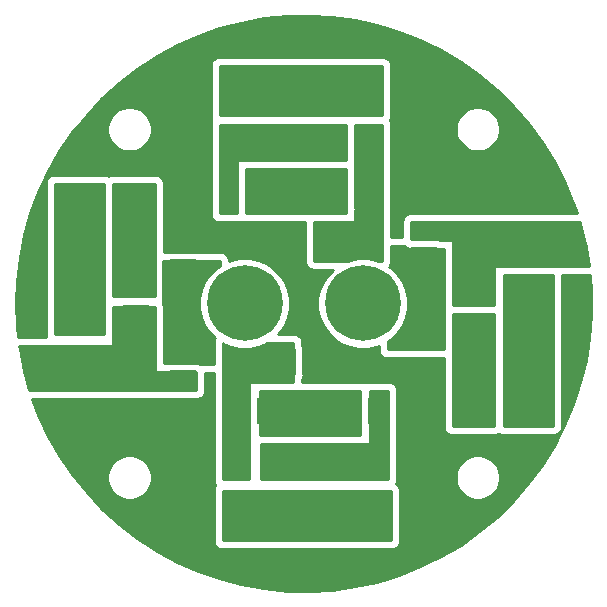
<source format=gbr>
%TF.GenerationSoftware,KiCad,Pcbnew,(5.1.9-0-10_14)*%
%TF.CreationDate,2021-08-05T12:05:48+01:00*%
%TF.ProjectId,gu10-12v-lamp,67753130-2d31-4327-962d-6c616d702e6b,rev?*%
%TF.SameCoordinates,Original*%
%TF.FileFunction,Copper,L1,Top*%
%TF.FilePolarity,Positive*%
%FSLAX46Y46*%
G04 Gerber Fmt 4.6, Leading zero omitted, Abs format (unit mm)*
G04 Created by KiCad (PCBNEW (5.1.9-0-10_14)) date 2021-08-05 12:05:48*
%MOMM*%
%LPD*%
G01*
G04 APERTURE LIST*
%TA.AperFunction,SMDPad,CuDef*%
%ADD10R,2.200000X1.250000*%
%TD*%
%TA.AperFunction,SMDPad,CuDef*%
%ADD11R,2.200000X2.200000*%
%TD*%
%TA.AperFunction,SMDPad,CuDef*%
%ADD12R,1.250000X2.200000*%
%TD*%
%TA.AperFunction,ComponentPad*%
%ADD13C,0.800000*%
%TD*%
%TA.AperFunction,ComponentPad*%
%ADD14C,6.400000*%
%TD*%
%TA.AperFunction,ViaPad*%
%ADD15C,0.800000*%
%TD*%
%TA.AperFunction,ViaPad*%
%ADD16C,1.000000*%
%TD*%
%TA.AperFunction,Conductor*%
%ADD17C,1.000000*%
%TD*%
%TA.AperFunction,Conductor*%
%ADD18C,0.254000*%
%TD*%
%TA.AperFunction,Conductor*%
%ADD19C,0.100000*%
%TD*%
G04 APERTURE END LIST*
D10*
%TO.P,D13,2*%
%TO.N,Net-(D12-Pad1)*%
X139800000Y-96875000D03*
D11*
%TO.P,D13,1*%
%TO.N,GND*%
X139800000Y-94600000D03*
%TD*%
D10*
%TO.P,D12,2*%
%TO.N,Net-(D11-Pad1)*%
X139800000Y-106275000D03*
D11*
%TO.P,D12,1*%
%TO.N,Net-(D12-Pad1)*%
X139800000Y-104000000D03*
%TD*%
D10*
%TO.P,D11,2*%
%TO.N,Net-(D11-Pad2)*%
X135800000Y-98925000D03*
D11*
%TO.P,D11,1*%
%TO.N,Net-(D11-Pad1)*%
X135800000Y-101200000D03*
%TD*%
D12*
%TO.P,D10,2*%
%TO.N,Net-(D10-Pad2)*%
X148725000Y-105000000D03*
D11*
%TO.P,D10,1*%
%TO.N,GND*%
X151000000Y-105000000D03*
%TD*%
D10*
%TO.P,D9,2*%
%TO.N,Net-(D6-Pad1)*%
X160200000Y-103400000D03*
D11*
%TO.P,D9,1*%
%TO.N,GND*%
X160200000Y-105675000D03*
%TD*%
D12*
%TO.P,D8,2*%
%TO.N,Net-(D5-Pad1)*%
X151375000Y-95100000D03*
D11*
%TO.P,D8,1*%
%TO.N,GND*%
X149100000Y-95100000D03*
%TD*%
D12*
%TO.P,D7,2*%
%TO.N,Net-(D4-Pad1)*%
X146675000Y-109100000D03*
D11*
%TO.P,D7,1*%
%TO.N,Net-(D10-Pad2)*%
X144400000Y-109100000D03*
%TD*%
D10*
%TO.P,D6,2*%
%TO.N,Net-(D3-Pad1)*%
X160200000Y-94025000D03*
D11*
%TO.P,D6,1*%
%TO.N,Net-(D6-Pad1)*%
X160200000Y-96300000D03*
%TD*%
D12*
%TO.P,D5,2*%
%TO.N,Net-(D2-Pad1)*%
X153125000Y-90900000D03*
D11*
%TO.P,D5,1*%
%TO.N,Net-(D5-Pad1)*%
X155400000Y-90900000D03*
%TD*%
D12*
%TO.P,D4,2*%
%TO.N,Net-(D4-Pad2)*%
X156075000Y-109100000D03*
D11*
%TO.P,D4,1*%
%TO.N,Net-(D4-Pad1)*%
X153800000Y-109100000D03*
%TD*%
D10*
%TO.P,D3,2*%
%TO.N,Net-(D3-Pad2)*%
X164200000Y-101375000D03*
D11*
%TO.P,D3,1*%
%TO.N,Net-(D3-Pad1)*%
X164200000Y-99100000D03*
%TD*%
D12*
%TO.P,D2,2*%
%TO.N,Net-(D2-Pad2)*%
X143825000Y-90900000D03*
D11*
%TO.P,D2,1*%
%TO.N,Net-(D2-Pad1)*%
X146100000Y-90900000D03*
%TD*%
D13*
%TO.P,H2,1*%
%TO.N,Net-(D1-Pad3)*%
X156697056Y-98302944D03*
X155000000Y-97600000D03*
X153302944Y-98302944D03*
X152600000Y-100000000D03*
X153302944Y-101697056D03*
X155000000Y-102400000D03*
X156697056Y-101697056D03*
X157400000Y-100000000D03*
D14*
X155000000Y-100000000D03*
%TD*%
D13*
%TO.P,H1,1*%
%TO.N,Net-(D1-Pad4)*%
X146697056Y-98302944D03*
X145000000Y-97600000D03*
X143302944Y-98302944D03*
X142600000Y-100000000D03*
X143302944Y-101697056D03*
X145000000Y-102400000D03*
X146697056Y-101697056D03*
X147400000Y-100000000D03*
D14*
X145000000Y-100000000D03*
%TD*%
%TO.P,R4,2*%
%TO.N,+12V*%
%TA.AperFunction,SMDPad,CuDef*%
G36*
G01*
X130950000Y-93774999D02*
X130950000Y-96625001D01*
G75*
G02*
X130700001Y-96875000I-249999J0D01*
G01*
X129974999Y-96875000D01*
G75*
G02*
X129725000Y-96625001I0J249999D01*
G01*
X129725000Y-93774999D01*
G75*
G02*
X129974999Y-93525000I249999J0D01*
G01*
X130700001Y-93525000D01*
G75*
G02*
X130950000Y-93774999I0J-249999D01*
G01*
G37*
%TD.AperFunction*%
%TO.P,R4,1*%
%TO.N,Net-(D11-Pad2)*%
%TA.AperFunction,SMDPad,CuDef*%
G36*
G01*
X136875000Y-93774999D02*
X136875000Y-96625001D01*
G75*
G02*
X136625001Y-96875000I-249999J0D01*
G01*
X135899999Y-96875000D01*
G75*
G02*
X135650000Y-96625001I0J249999D01*
G01*
X135650000Y-93774999D01*
G75*
G02*
X135899999Y-93525000I249999J0D01*
G01*
X136625001Y-93525000D01*
G75*
G02*
X136875000Y-93774999I0J-249999D01*
G01*
G37*
%TD.AperFunction*%
%TD*%
%TO.P,R3,2*%
%TO.N,+12V*%
%TA.AperFunction,SMDPad,CuDef*%
G36*
G01*
X153474999Y-117950000D02*
X156325001Y-117950000D01*
G75*
G02*
X156575000Y-118199999I0J-249999D01*
G01*
X156575000Y-118925001D01*
G75*
G02*
X156325001Y-119175000I-249999J0D01*
G01*
X153474999Y-119175000D01*
G75*
G02*
X153225000Y-118925001I0J249999D01*
G01*
X153225000Y-118199999D01*
G75*
G02*
X153474999Y-117950000I249999J0D01*
G01*
G37*
%TD.AperFunction*%
%TO.P,R3,1*%
%TO.N,Net-(D4-Pad2)*%
%TA.AperFunction,SMDPad,CuDef*%
G36*
G01*
X153474999Y-112025000D02*
X156325001Y-112025000D01*
G75*
G02*
X156575000Y-112274999I0J-249999D01*
G01*
X156575000Y-113000001D01*
G75*
G02*
X156325001Y-113250000I-249999J0D01*
G01*
X153474999Y-113250000D01*
G75*
G02*
X153225000Y-113000001I0J249999D01*
G01*
X153225000Y-112274999D01*
G75*
G02*
X153474999Y-112025000I249999J0D01*
G01*
G37*
%TD.AperFunction*%
%TD*%
%TO.P,R2,2*%
%TO.N,+12V*%
%TA.AperFunction,SMDPad,CuDef*%
G36*
G01*
X168850000Y-106525001D02*
X168850000Y-103674999D01*
G75*
G02*
X169099999Y-103425000I249999J0D01*
G01*
X169825001Y-103425000D01*
G75*
G02*
X170075000Y-103674999I0J-249999D01*
G01*
X170075000Y-106525001D01*
G75*
G02*
X169825001Y-106775000I-249999J0D01*
G01*
X169099999Y-106775000D01*
G75*
G02*
X168850000Y-106525001I0J249999D01*
G01*
G37*
%TD.AperFunction*%
%TO.P,R2,1*%
%TO.N,Net-(D3-Pad2)*%
%TA.AperFunction,SMDPad,CuDef*%
G36*
G01*
X162925000Y-106525001D02*
X162925000Y-103674999D01*
G75*
G02*
X163174999Y-103425000I249999J0D01*
G01*
X163900001Y-103425000D01*
G75*
G02*
X164150000Y-103674999I0J-249999D01*
G01*
X164150000Y-106525001D01*
G75*
G02*
X163900001Y-106775000I-249999J0D01*
G01*
X163174999Y-106775000D01*
G75*
G02*
X162925000Y-106525001I0J249999D01*
G01*
G37*
%TD.AperFunction*%
%TD*%
%TO.P,R1,2*%
%TO.N,+12V*%
%TA.AperFunction,SMDPad,CuDef*%
G36*
G01*
X146425001Y-82050000D02*
X143574999Y-82050000D01*
G75*
G02*
X143325000Y-81800001I0J249999D01*
G01*
X143325000Y-81074999D01*
G75*
G02*
X143574999Y-80825000I249999J0D01*
G01*
X146425001Y-80825000D01*
G75*
G02*
X146675000Y-81074999I0J-249999D01*
G01*
X146675000Y-81800001D01*
G75*
G02*
X146425001Y-82050000I-249999J0D01*
G01*
G37*
%TD.AperFunction*%
%TO.P,R1,1*%
%TO.N,Net-(D2-Pad2)*%
%TA.AperFunction,SMDPad,CuDef*%
G36*
G01*
X146425001Y-87975000D02*
X143574999Y-87975000D01*
G75*
G02*
X143325000Y-87725001I0J249999D01*
G01*
X143325000Y-86999999D01*
G75*
G02*
X143574999Y-86750000I249999J0D01*
G01*
X146425001Y-86750000D01*
G75*
G02*
X146675000Y-86999999I0J-249999D01*
G01*
X146675000Y-87725001D01*
G75*
G02*
X146425001Y-87975000I-249999J0D01*
G01*
G37*
%TD.AperFunction*%
%TD*%
D15*
%TO.N,GND*%
X158260000Y-88170000D03*
X159160000Y-87670000D03*
X159160000Y-86670000D03*
X158260000Y-87170000D03*
X158260000Y-86170000D03*
X160200000Y-92000000D03*
X161100000Y-90500000D03*
X158400000Y-90000000D03*
X162000000Y-91000000D03*
X162000000Y-90000000D03*
X158400000Y-92000000D03*
X158400000Y-91000000D03*
X160200000Y-90000000D03*
X161100000Y-91500000D03*
X159300000Y-91500000D03*
X160200000Y-91000000D03*
X159300000Y-90500000D03*
X138000000Y-108600000D03*
X139800000Y-108600000D03*
X138900000Y-110100000D03*
X141600000Y-110600000D03*
X138000000Y-109600000D03*
X138000000Y-110600000D03*
X141600000Y-108600000D03*
X141600000Y-109600000D03*
X139800000Y-110600000D03*
X138900000Y-109100000D03*
X140700000Y-109100000D03*
X139800000Y-109600000D03*
X140700000Y-110100000D03*
X141650000Y-92300000D03*
X139850000Y-92300000D03*
X140750000Y-90800000D03*
X141650000Y-91300000D03*
X141650000Y-90300000D03*
X139850000Y-90300000D03*
X140750000Y-91800000D03*
X138950000Y-91800000D03*
X139850000Y-91300000D03*
X138950000Y-90800000D03*
X160200000Y-110100000D03*
X161100000Y-108600000D03*
X158400000Y-108100000D03*
X158400000Y-110100000D03*
X158400000Y-109100000D03*
X160200000Y-108100000D03*
X161100000Y-109600000D03*
X159300000Y-109600000D03*
X160200000Y-109100000D03*
X159300000Y-108600000D03*
X155200000Y-105200000D03*
X155200000Y-104200000D03*
X155200000Y-106200000D03*
X156100000Y-104700000D03*
X154300000Y-104700000D03*
X156100000Y-105700000D03*
X153400000Y-105200000D03*
X153400000Y-104200000D03*
X153400000Y-106200000D03*
X154300000Y-105700000D03*
X157000000Y-105200000D03*
X157000000Y-106200000D03*
X146600000Y-93550000D03*
X146600000Y-94550000D03*
X146600000Y-95550000D03*
X145700000Y-95050000D03*
X145700000Y-94050000D03*
X144800000Y-93550000D03*
X144800000Y-94550000D03*
X144800000Y-95550000D03*
X143000000Y-94550000D03*
X143000000Y-93550000D03*
X143900000Y-94050000D03*
X143900000Y-95050000D03*
X162000000Y-92000000D03*
D16*
X150000000Y-101500000D03*
X150000000Y-100000000D03*
X150000000Y-98500000D03*
D15*
%TO.N,+12V*%
X151500000Y-119000000D03*
X148800000Y-118500000D03*
X149700000Y-117000000D03*
X151500000Y-118000000D03*
X149700000Y-118000000D03*
X147900000Y-119000000D03*
X147900000Y-117000000D03*
X150600000Y-117500000D03*
X147900000Y-118000000D03*
X151500000Y-117000000D03*
X148800000Y-117500000D03*
X150600000Y-118500000D03*
X149700000Y-119000000D03*
X131400000Y-99250000D03*
X130900000Y-98350000D03*
X130400000Y-99250000D03*
X131400000Y-101050000D03*
X131900000Y-100150000D03*
X129900000Y-100150000D03*
X129900000Y-98350000D03*
X131900000Y-101950000D03*
X129900000Y-101950000D03*
X130400000Y-101050000D03*
X131900000Y-98350000D03*
X130900000Y-100150000D03*
X130900000Y-101950000D03*
X168450000Y-100900000D03*
X168950000Y-101800000D03*
X169450000Y-100900000D03*
X168450000Y-99100000D03*
X167950000Y-100000000D03*
X169950000Y-100000000D03*
X169950000Y-101800000D03*
X167950000Y-98200000D03*
X169950000Y-98200000D03*
X169450000Y-99100000D03*
X167950000Y-101800000D03*
X168950000Y-100000000D03*
X168950000Y-98200000D03*
X151800000Y-82850000D03*
X150000000Y-82850000D03*
X150900000Y-81350000D03*
X148200000Y-80850000D03*
X151800000Y-81850000D03*
X151800000Y-80850000D03*
X148200000Y-82850000D03*
X148200000Y-81850000D03*
X150000000Y-80850000D03*
X150900000Y-82350000D03*
X149100000Y-82350000D03*
X150000000Y-81850000D03*
X149100000Y-81350000D03*
%TD*%
D17*
%TO.N,Net-(D11-Pad2)*%
X136262500Y-95200000D02*
X136262500Y-95537500D01*
%TD*%
D18*
%TO.N,GND*%
X152417822Y-75760294D02*
X154336027Y-76029016D01*
X156226819Y-76449290D01*
X158078243Y-77018460D01*
X159878594Y-77732926D01*
X161616489Y-78588171D01*
X163280940Y-79578790D01*
X164861426Y-80698517D01*
X166347952Y-81940275D01*
X167731122Y-83296212D01*
X169002190Y-84757756D01*
X170153120Y-86315667D01*
X171176635Y-87960094D01*
X172066265Y-89680641D01*
X172816385Y-91466431D01*
X173112303Y-92365000D01*
X159000000Y-92365000D01*
X158876118Y-92377201D01*
X158756996Y-92413336D01*
X158647213Y-92472017D01*
X158550987Y-92550987D01*
X158472017Y-92647213D01*
X158413336Y-92756996D01*
X158377201Y-92876118D01*
X158365000Y-93000000D01*
X158365000Y-94365000D01*
X157385000Y-94365000D01*
X157385000Y-85064344D01*
X162865000Y-85064344D01*
X162865000Y-85435656D01*
X162937439Y-85799834D01*
X163079534Y-86142882D01*
X163285825Y-86451618D01*
X163548382Y-86714175D01*
X163857118Y-86920466D01*
X164200166Y-87062561D01*
X164564344Y-87135000D01*
X164935656Y-87135000D01*
X165299834Y-87062561D01*
X165642882Y-86920466D01*
X165951618Y-86714175D01*
X166214175Y-86451618D01*
X166420466Y-86142882D01*
X166562561Y-85799834D01*
X166635000Y-85435656D01*
X166635000Y-85064344D01*
X166562561Y-84700166D01*
X166420466Y-84357118D01*
X166214175Y-84048382D01*
X165951618Y-83785825D01*
X165642882Y-83579534D01*
X165299834Y-83437439D01*
X164935656Y-83365000D01*
X164564344Y-83365000D01*
X164200166Y-83437439D01*
X163857118Y-83579534D01*
X163548382Y-83785825D01*
X163285825Y-84048382D01*
X163079534Y-84357118D01*
X162937439Y-84700166D01*
X162865000Y-85064344D01*
X157385000Y-85064344D01*
X157385000Y-84750000D01*
X157372799Y-84626118D01*
X157336664Y-84506996D01*
X157319562Y-84475000D01*
X157336664Y-84443004D01*
X157372799Y-84323882D01*
X157385000Y-84200000D01*
X157385000Y-79800000D01*
X157372799Y-79676118D01*
X157336664Y-79556996D01*
X157277983Y-79447213D01*
X157199013Y-79350987D01*
X157102787Y-79272017D01*
X156993004Y-79213336D01*
X156873882Y-79177201D01*
X156750000Y-79165000D01*
X142750000Y-79165000D01*
X142626118Y-79177201D01*
X142506996Y-79213336D01*
X142397213Y-79272017D01*
X142300987Y-79350987D01*
X142222017Y-79447213D01*
X142163336Y-79556996D01*
X142127201Y-79676118D01*
X142115000Y-79800000D01*
X142115000Y-84200000D01*
X142127201Y-84323882D01*
X142163336Y-84443004D01*
X142180438Y-84475000D01*
X142163336Y-84506996D01*
X142127201Y-84626118D01*
X142115000Y-84750000D01*
X142115000Y-92500000D01*
X142127201Y-92623882D01*
X142163336Y-92743004D01*
X142222017Y-92852787D01*
X142300987Y-92949013D01*
X142397213Y-93027983D01*
X142506996Y-93086664D01*
X142626118Y-93122799D01*
X142750000Y-93135000D01*
X144500000Y-93135000D01*
X144623882Y-93122799D01*
X144743004Y-93086664D01*
X144750000Y-93082925D01*
X144756996Y-93086664D01*
X144876118Y-93122799D01*
X145000000Y-93135000D01*
X150115000Y-93135000D01*
X150115000Y-93968808D01*
X150111928Y-94000000D01*
X150111928Y-96200000D01*
X150115000Y-96231192D01*
X150115000Y-96500000D01*
X150127201Y-96623882D01*
X150163336Y-96743004D01*
X150222017Y-96852787D01*
X150300987Y-96949013D01*
X150397213Y-97027983D01*
X150506996Y-97086664D01*
X150626118Y-97122799D01*
X150750000Y-97135000D01*
X152441491Y-97135000D01*
X152021161Y-97555330D01*
X151601467Y-98183446D01*
X151312377Y-98881372D01*
X151165000Y-99622285D01*
X151165000Y-100377715D01*
X151312377Y-101118628D01*
X151601467Y-101816554D01*
X152021161Y-102444670D01*
X152555330Y-102978839D01*
X153183446Y-103398533D01*
X153881372Y-103687623D01*
X154622285Y-103835000D01*
X155377715Y-103835000D01*
X156118628Y-103687623D01*
X156365000Y-103585573D01*
X156365000Y-104000000D01*
X156377201Y-104123882D01*
X156413336Y-104243004D01*
X156472017Y-104352787D01*
X156550987Y-104449013D01*
X156647213Y-104527983D01*
X156756996Y-104586664D01*
X156876118Y-104622799D01*
X157000000Y-104635000D01*
X158923393Y-104635000D01*
X158975518Y-104650812D01*
X159100000Y-104663072D01*
X161300000Y-104663072D01*
X161424482Y-104650812D01*
X161476607Y-104635000D01*
X161865000Y-104635000D01*
X161865000Y-110500000D01*
X161877201Y-110623882D01*
X161913336Y-110743004D01*
X161972017Y-110852787D01*
X162050987Y-110949013D01*
X162147213Y-111027983D01*
X162256996Y-111086664D01*
X162376118Y-111122799D01*
X162500000Y-111135000D01*
X166250000Y-111135000D01*
X166373882Y-111122799D01*
X166493004Y-111086664D01*
X166530000Y-111066889D01*
X166566996Y-111086664D01*
X166686118Y-111122799D01*
X166810000Y-111135000D01*
X171210000Y-111135000D01*
X171333882Y-111122799D01*
X171453004Y-111086664D01*
X171562787Y-111027983D01*
X171659013Y-110949013D01*
X171737983Y-110852787D01*
X171796664Y-110743004D01*
X171832799Y-110623882D01*
X171845000Y-110500000D01*
X171845000Y-97635000D01*
X174229426Y-97635000D01*
X174340733Y-99031532D01*
X174340733Y-100968468D01*
X174186843Y-102899282D01*
X173880036Y-104811766D01*
X173422252Y-106693828D01*
X172816385Y-108533569D01*
X172066265Y-110319359D01*
X171176635Y-112039906D01*
X170153120Y-113684333D01*
X169002190Y-115242244D01*
X167731122Y-116703788D01*
X166347952Y-118059725D01*
X164861426Y-119301483D01*
X163280940Y-120421210D01*
X161616489Y-121411829D01*
X159878594Y-122267074D01*
X158078243Y-122981540D01*
X156226819Y-123550710D01*
X154336027Y-123970984D01*
X152417822Y-124239706D01*
X150484330Y-124355177D01*
X148547776Y-124316666D01*
X146620404Y-124124418D01*
X144714398Y-123779647D01*
X142841810Y-123284534D01*
X141014478Y-122642208D01*
X139243955Y-121856731D01*
X137541436Y-120933069D01*
X135917683Y-119877061D01*
X134382964Y-118695384D01*
X132946981Y-117395509D01*
X131618812Y-115985654D01*
X130478736Y-114564344D01*
X133365000Y-114564344D01*
X133365000Y-114935656D01*
X133437439Y-115299834D01*
X133579534Y-115642882D01*
X133785825Y-115951618D01*
X134048382Y-116214175D01*
X134357118Y-116420466D01*
X134700166Y-116562561D01*
X135064344Y-116635000D01*
X135435656Y-116635000D01*
X135799834Y-116562561D01*
X136142882Y-116420466D01*
X136451618Y-116214175D01*
X136714175Y-115951618D01*
X136920466Y-115642882D01*
X137062561Y-115299834D01*
X137135000Y-114935656D01*
X137135000Y-114564344D01*
X137062561Y-114200166D01*
X136920466Y-113857118D01*
X136714175Y-113548382D01*
X136451618Y-113285825D01*
X136142882Y-113079534D01*
X135799834Y-112937439D01*
X135435656Y-112865000D01*
X135064344Y-112865000D01*
X134700166Y-112937439D01*
X134357118Y-113079534D01*
X134048382Y-113285825D01*
X133785825Y-113548382D01*
X133579534Y-113857118D01*
X133437439Y-114200166D01*
X133365000Y-114564344D01*
X130478736Y-114564344D01*
X130406855Y-114474732D01*
X129318772Y-112872297D01*
X128361443Y-111188478D01*
X127540919Y-109433923D01*
X127034669Y-108080352D01*
X141000000Y-108080352D01*
X141123882Y-108068151D01*
X141243004Y-108032016D01*
X141352787Y-107973335D01*
X141449013Y-107894365D01*
X141527983Y-107798139D01*
X141586664Y-107688356D01*
X141622799Y-107569234D01*
X141635000Y-107445352D01*
X141635000Y-105885000D01*
X142365000Y-105885000D01*
X142365000Y-115000000D01*
X142377201Y-115123882D01*
X142413336Y-115243004D01*
X142472017Y-115352787D01*
X142510763Y-115400000D01*
X142472017Y-115447213D01*
X142413336Y-115556996D01*
X142377201Y-115676118D01*
X142365000Y-115800000D01*
X142365000Y-120200000D01*
X142377201Y-120323882D01*
X142413336Y-120443004D01*
X142472017Y-120552787D01*
X142550987Y-120649013D01*
X142647213Y-120727983D01*
X142756996Y-120786664D01*
X142876118Y-120822799D01*
X143000000Y-120835000D01*
X157500000Y-120835000D01*
X157623882Y-120822799D01*
X157743004Y-120786664D01*
X157852787Y-120727983D01*
X157949013Y-120649013D01*
X158027983Y-120552787D01*
X158086664Y-120443004D01*
X158122799Y-120323882D01*
X158135000Y-120200000D01*
X158135000Y-115800000D01*
X158122799Y-115676118D01*
X158086664Y-115556996D01*
X158027983Y-115447213D01*
X157949013Y-115350987D01*
X157852787Y-115272017D01*
X157828185Y-115258867D01*
X157836664Y-115243004D01*
X157872799Y-115123882D01*
X157885000Y-115000000D01*
X157885000Y-114564344D01*
X162865000Y-114564344D01*
X162865000Y-114935656D01*
X162937439Y-115299834D01*
X163079534Y-115642882D01*
X163285825Y-115951618D01*
X163548382Y-116214175D01*
X163857118Y-116420466D01*
X164200166Y-116562561D01*
X164564344Y-116635000D01*
X164935656Y-116635000D01*
X165299834Y-116562561D01*
X165642882Y-116420466D01*
X165951618Y-116214175D01*
X166214175Y-115951618D01*
X166420466Y-115642882D01*
X166562561Y-115299834D01*
X166635000Y-114935656D01*
X166635000Y-114564344D01*
X166562561Y-114200166D01*
X166420466Y-113857118D01*
X166214175Y-113548382D01*
X165951618Y-113285825D01*
X165642882Y-113079534D01*
X165299834Y-112937439D01*
X164935656Y-112865000D01*
X164564344Y-112865000D01*
X164200166Y-112937439D01*
X163857118Y-113079534D01*
X163548382Y-113285825D01*
X163285825Y-113548382D01*
X163079534Y-113857118D01*
X162937439Y-114200166D01*
X162865000Y-114564344D01*
X157885000Y-114564344D01*
X157885000Y-107250000D01*
X157872799Y-107126118D01*
X157836664Y-107006996D01*
X157777983Y-106897213D01*
X157699013Y-106800987D01*
X157602787Y-106722017D01*
X157493004Y-106663336D01*
X157373882Y-106627201D01*
X157250000Y-106615000D01*
X155500000Y-106615000D01*
X155376118Y-106627201D01*
X155256996Y-106663336D01*
X155203791Y-106691775D01*
X155150587Y-106663336D01*
X155031465Y-106627201D01*
X154907583Y-106615000D01*
X149885000Y-106615000D01*
X149885000Y-106446144D01*
X149939502Y-106344180D01*
X149975812Y-106224482D01*
X149988072Y-106100000D01*
X149988072Y-103900000D01*
X149975812Y-103775518D01*
X149939502Y-103655820D01*
X149885000Y-103553856D01*
X149885000Y-103250000D01*
X149872799Y-103126118D01*
X149836664Y-103006996D01*
X149777983Y-102897213D01*
X149699013Y-102800987D01*
X149602787Y-102722017D01*
X149493004Y-102663336D01*
X149373882Y-102627201D01*
X149250000Y-102615000D01*
X147808509Y-102615000D01*
X147978839Y-102444670D01*
X148398533Y-101816554D01*
X148687623Y-101118628D01*
X148835000Y-100377715D01*
X148835000Y-99622285D01*
X148687623Y-98881372D01*
X148398533Y-98183446D01*
X147978839Y-97555330D01*
X147444670Y-97021161D01*
X146816554Y-96601467D01*
X146118628Y-96312377D01*
X145377715Y-96165000D01*
X144622285Y-96165000D01*
X143881372Y-96312377D01*
X143635000Y-96414427D01*
X143635000Y-96250000D01*
X143622799Y-96126118D01*
X143586664Y-96006996D01*
X143527983Y-95897213D01*
X143449013Y-95800987D01*
X143352787Y-95722017D01*
X143243004Y-95663336D01*
X143123882Y-95627201D01*
X143000000Y-95615000D01*
X140931192Y-95615000D01*
X140900000Y-95611928D01*
X138700000Y-95611928D01*
X138668808Y-95615000D01*
X138135000Y-95615000D01*
X138135000Y-89750000D01*
X138122799Y-89626118D01*
X138086664Y-89506996D01*
X138027983Y-89397213D01*
X137949013Y-89300987D01*
X137852787Y-89222017D01*
X137743004Y-89163336D01*
X137623882Y-89127201D01*
X137500000Y-89115000D01*
X133750000Y-89115000D01*
X133626118Y-89127201D01*
X133506996Y-89163336D01*
X133470000Y-89183111D01*
X133433004Y-89163336D01*
X133313882Y-89127201D01*
X133190000Y-89115000D01*
X128790000Y-89115000D01*
X128666118Y-89127201D01*
X128546996Y-89163336D01*
X128437213Y-89222017D01*
X128340987Y-89300987D01*
X128262017Y-89397213D01*
X128203336Y-89506996D01*
X128167201Y-89626118D01*
X128155000Y-89750000D01*
X128155000Y-102750000D01*
X128160944Y-102810352D01*
X125821894Y-102810352D01*
X125717014Y-101935405D01*
X125640008Y-100000000D01*
X125717014Y-98064595D01*
X125947545Y-96141425D01*
X126330143Y-94242651D01*
X126862389Y-92380277D01*
X127540919Y-90566077D01*
X128361443Y-88811522D01*
X129318772Y-87127703D01*
X130406855Y-85525268D01*
X130776576Y-85064344D01*
X133365000Y-85064344D01*
X133365000Y-85435656D01*
X133437439Y-85799834D01*
X133579534Y-86142882D01*
X133785825Y-86451618D01*
X134048382Y-86714175D01*
X134357118Y-86920466D01*
X134700166Y-87062561D01*
X135064344Y-87135000D01*
X135435656Y-87135000D01*
X135799834Y-87062561D01*
X136142882Y-86920466D01*
X136451618Y-86714175D01*
X136714175Y-86451618D01*
X136920466Y-86142882D01*
X137062561Y-85799834D01*
X137135000Y-85435656D01*
X137135000Y-85064344D01*
X137062561Y-84700166D01*
X136920466Y-84357118D01*
X136714175Y-84048382D01*
X136451618Y-83785825D01*
X136142882Y-83579534D01*
X135799834Y-83437439D01*
X135435656Y-83365000D01*
X135064344Y-83365000D01*
X134700166Y-83437439D01*
X134357118Y-83579534D01*
X134048382Y-83785825D01*
X133785825Y-84048382D01*
X133579534Y-84357118D01*
X133437439Y-84700166D01*
X133365000Y-85064344D01*
X130776576Y-85064344D01*
X131618812Y-84014346D01*
X132946981Y-82604491D01*
X134382964Y-81304616D01*
X135917683Y-80122939D01*
X137541436Y-79066931D01*
X139243955Y-78143269D01*
X141014478Y-77357792D01*
X142841810Y-76715466D01*
X144714398Y-76220353D01*
X146620404Y-75875582D01*
X148547776Y-75683334D01*
X150484330Y-75644823D01*
X152417822Y-75760294D01*
%TA.AperFunction,Conductor*%
D19*
G36*
X152417822Y-75760294D02*
G01*
X154336027Y-76029016D01*
X156226819Y-76449290D01*
X158078243Y-77018460D01*
X159878594Y-77732926D01*
X161616489Y-78588171D01*
X163280940Y-79578790D01*
X164861426Y-80698517D01*
X166347952Y-81940275D01*
X167731122Y-83296212D01*
X169002190Y-84757756D01*
X170153120Y-86315667D01*
X171176635Y-87960094D01*
X172066265Y-89680641D01*
X172816385Y-91466431D01*
X173112303Y-92365000D01*
X159000000Y-92365000D01*
X158876118Y-92377201D01*
X158756996Y-92413336D01*
X158647213Y-92472017D01*
X158550987Y-92550987D01*
X158472017Y-92647213D01*
X158413336Y-92756996D01*
X158377201Y-92876118D01*
X158365000Y-93000000D01*
X158365000Y-94365000D01*
X157385000Y-94365000D01*
X157385000Y-85064344D01*
X162865000Y-85064344D01*
X162865000Y-85435656D01*
X162937439Y-85799834D01*
X163079534Y-86142882D01*
X163285825Y-86451618D01*
X163548382Y-86714175D01*
X163857118Y-86920466D01*
X164200166Y-87062561D01*
X164564344Y-87135000D01*
X164935656Y-87135000D01*
X165299834Y-87062561D01*
X165642882Y-86920466D01*
X165951618Y-86714175D01*
X166214175Y-86451618D01*
X166420466Y-86142882D01*
X166562561Y-85799834D01*
X166635000Y-85435656D01*
X166635000Y-85064344D01*
X166562561Y-84700166D01*
X166420466Y-84357118D01*
X166214175Y-84048382D01*
X165951618Y-83785825D01*
X165642882Y-83579534D01*
X165299834Y-83437439D01*
X164935656Y-83365000D01*
X164564344Y-83365000D01*
X164200166Y-83437439D01*
X163857118Y-83579534D01*
X163548382Y-83785825D01*
X163285825Y-84048382D01*
X163079534Y-84357118D01*
X162937439Y-84700166D01*
X162865000Y-85064344D01*
X157385000Y-85064344D01*
X157385000Y-84750000D01*
X157372799Y-84626118D01*
X157336664Y-84506996D01*
X157319562Y-84475000D01*
X157336664Y-84443004D01*
X157372799Y-84323882D01*
X157385000Y-84200000D01*
X157385000Y-79800000D01*
X157372799Y-79676118D01*
X157336664Y-79556996D01*
X157277983Y-79447213D01*
X157199013Y-79350987D01*
X157102787Y-79272017D01*
X156993004Y-79213336D01*
X156873882Y-79177201D01*
X156750000Y-79165000D01*
X142750000Y-79165000D01*
X142626118Y-79177201D01*
X142506996Y-79213336D01*
X142397213Y-79272017D01*
X142300987Y-79350987D01*
X142222017Y-79447213D01*
X142163336Y-79556996D01*
X142127201Y-79676118D01*
X142115000Y-79800000D01*
X142115000Y-84200000D01*
X142127201Y-84323882D01*
X142163336Y-84443004D01*
X142180438Y-84475000D01*
X142163336Y-84506996D01*
X142127201Y-84626118D01*
X142115000Y-84750000D01*
X142115000Y-92500000D01*
X142127201Y-92623882D01*
X142163336Y-92743004D01*
X142222017Y-92852787D01*
X142300987Y-92949013D01*
X142397213Y-93027983D01*
X142506996Y-93086664D01*
X142626118Y-93122799D01*
X142750000Y-93135000D01*
X144500000Y-93135000D01*
X144623882Y-93122799D01*
X144743004Y-93086664D01*
X144750000Y-93082925D01*
X144756996Y-93086664D01*
X144876118Y-93122799D01*
X145000000Y-93135000D01*
X150115000Y-93135000D01*
X150115000Y-93968808D01*
X150111928Y-94000000D01*
X150111928Y-96200000D01*
X150115000Y-96231192D01*
X150115000Y-96500000D01*
X150127201Y-96623882D01*
X150163336Y-96743004D01*
X150222017Y-96852787D01*
X150300987Y-96949013D01*
X150397213Y-97027983D01*
X150506996Y-97086664D01*
X150626118Y-97122799D01*
X150750000Y-97135000D01*
X152441491Y-97135000D01*
X152021161Y-97555330D01*
X151601467Y-98183446D01*
X151312377Y-98881372D01*
X151165000Y-99622285D01*
X151165000Y-100377715D01*
X151312377Y-101118628D01*
X151601467Y-101816554D01*
X152021161Y-102444670D01*
X152555330Y-102978839D01*
X153183446Y-103398533D01*
X153881372Y-103687623D01*
X154622285Y-103835000D01*
X155377715Y-103835000D01*
X156118628Y-103687623D01*
X156365000Y-103585573D01*
X156365000Y-104000000D01*
X156377201Y-104123882D01*
X156413336Y-104243004D01*
X156472017Y-104352787D01*
X156550987Y-104449013D01*
X156647213Y-104527983D01*
X156756996Y-104586664D01*
X156876118Y-104622799D01*
X157000000Y-104635000D01*
X158923393Y-104635000D01*
X158975518Y-104650812D01*
X159100000Y-104663072D01*
X161300000Y-104663072D01*
X161424482Y-104650812D01*
X161476607Y-104635000D01*
X161865000Y-104635000D01*
X161865000Y-110500000D01*
X161877201Y-110623882D01*
X161913336Y-110743004D01*
X161972017Y-110852787D01*
X162050987Y-110949013D01*
X162147213Y-111027983D01*
X162256996Y-111086664D01*
X162376118Y-111122799D01*
X162500000Y-111135000D01*
X166250000Y-111135000D01*
X166373882Y-111122799D01*
X166493004Y-111086664D01*
X166530000Y-111066889D01*
X166566996Y-111086664D01*
X166686118Y-111122799D01*
X166810000Y-111135000D01*
X171210000Y-111135000D01*
X171333882Y-111122799D01*
X171453004Y-111086664D01*
X171562787Y-111027983D01*
X171659013Y-110949013D01*
X171737983Y-110852787D01*
X171796664Y-110743004D01*
X171832799Y-110623882D01*
X171845000Y-110500000D01*
X171845000Y-97635000D01*
X174229426Y-97635000D01*
X174340733Y-99031532D01*
X174340733Y-100968468D01*
X174186843Y-102899282D01*
X173880036Y-104811766D01*
X173422252Y-106693828D01*
X172816385Y-108533569D01*
X172066265Y-110319359D01*
X171176635Y-112039906D01*
X170153120Y-113684333D01*
X169002190Y-115242244D01*
X167731122Y-116703788D01*
X166347952Y-118059725D01*
X164861426Y-119301483D01*
X163280940Y-120421210D01*
X161616489Y-121411829D01*
X159878594Y-122267074D01*
X158078243Y-122981540D01*
X156226819Y-123550710D01*
X154336027Y-123970984D01*
X152417822Y-124239706D01*
X150484330Y-124355177D01*
X148547776Y-124316666D01*
X146620404Y-124124418D01*
X144714398Y-123779647D01*
X142841810Y-123284534D01*
X141014478Y-122642208D01*
X139243955Y-121856731D01*
X137541436Y-120933069D01*
X135917683Y-119877061D01*
X134382964Y-118695384D01*
X132946981Y-117395509D01*
X131618812Y-115985654D01*
X130478736Y-114564344D01*
X133365000Y-114564344D01*
X133365000Y-114935656D01*
X133437439Y-115299834D01*
X133579534Y-115642882D01*
X133785825Y-115951618D01*
X134048382Y-116214175D01*
X134357118Y-116420466D01*
X134700166Y-116562561D01*
X135064344Y-116635000D01*
X135435656Y-116635000D01*
X135799834Y-116562561D01*
X136142882Y-116420466D01*
X136451618Y-116214175D01*
X136714175Y-115951618D01*
X136920466Y-115642882D01*
X137062561Y-115299834D01*
X137135000Y-114935656D01*
X137135000Y-114564344D01*
X137062561Y-114200166D01*
X136920466Y-113857118D01*
X136714175Y-113548382D01*
X136451618Y-113285825D01*
X136142882Y-113079534D01*
X135799834Y-112937439D01*
X135435656Y-112865000D01*
X135064344Y-112865000D01*
X134700166Y-112937439D01*
X134357118Y-113079534D01*
X134048382Y-113285825D01*
X133785825Y-113548382D01*
X133579534Y-113857118D01*
X133437439Y-114200166D01*
X133365000Y-114564344D01*
X130478736Y-114564344D01*
X130406855Y-114474732D01*
X129318772Y-112872297D01*
X128361443Y-111188478D01*
X127540919Y-109433923D01*
X127034669Y-108080352D01*
X141000000Y-108080352D01*
X141123882Y-108068151D01*
X141243004Y-108032016D01*
X141352787Y-107973335D01*
X141449013Y-107894365D01*
X141527983Y-107798139D01*
X141586664Y-107688356D01*
X141622799Y-107569234D01*
X141635000Y-107445352D01*
X141635000Y-105885000D01*
X142365000Y-105885000D01*
X142365000Y-115000000D01*
X142377201Y-115123882D01*
X142413336Y-115243004D01*
X142472017Y-115352787D01*
X142510763Y-115400000D01*
X142472017Y-115447213D01*
X142413336Y-115556996D01*
X142377201Y-115676118D01*
X142365000Y-115800000D01*
X142365000Y-120200000D01*
X142377201Y-120323882D01*
X142413336Y-120443004D01*
X142472017Y-120552787D01*
X142550987Y-120649013D01*
X142647213Y-120727983D01*
X142756996Y-120786664D01*
X142876118Y-120822799D01*
X143000000Y-120835000D01*
X157500000Y-120835000D01*
X157623882Y-120822799D01*
X157743004Y-120786664D01*
X157852787Y-120727983D01*
X157949013Y-120649013D01*
X158027983Y-120552787D01*
X158086664Y-120443004D01*
X158122799Y-120323882D01*
X158135000Y-120200000D01*
X158135000Y-115800000D01*
X158122799Y-115676118D01*
X158086664Y-115556996D01*
X158027983Y-115447213D01*
X157949013Y-115350987D01*
X157852787Y-115272017D01*
X157828185Y-115258867D01*
X157836664Y-115243004D01*
X157872799Y-115123882D01*
X157885000Y-115000000D01*
X157885000Y-114564344D01*
X162865000Y-114564344D01*
X162865000Y-114935656D01*
X162937439Y-115299834D01*
X163079534Y-115642882D01*
X163285825Y-115951618D01*
X163548382Y-116214175D01*
X163857118Y-116420466D01*
X164200166Y-116562561D01*
X164564344Y-116635000D01*
X164935656Y-116635000D01*
X165299834Y-116562561D01*
X165642882Y-116420466D01*
X165951618Y-116214175D01*
X166214175Y-115951618D01*
X166420466Y-115642882D01*
X166562561Y-115299834D01*
X166635000Y-114935656D01*
X166635000Y-114564344D01*
X166562561Y-114200166D01*
X166420466Y-113857118D01*
X166214175Y-113548382D01*
X165951618Y-113285825D01*
X165642882Y-113079534D01*
X165299834Y-112937439D01*
X164935656Y-112865000D01*
X164564344Y-112865000D01*
X164200166Y-112937439D01*
X163857118Y-113079534D01*
X163548382Y-113285825D01*
X163285825Y-113548382D01*
X163079534Y-113857118D01*
X162937439Y-114200166D01*
X162865000Y-114564344D01*
X157885000Y-114564344D01*
X157885000Y-107250000D01*
X157872799Y-107126118D01*
X157836664Y-107006996D01*
X157777983Y-106897213D01*
X157699013Y-106800987D01*
X157602787Y-106722017D01*
X157493004Y-106663336D01*
X157373882Y-106627201D01*
X157250000Y-106615000D01*
X155500000Y-106615000D01*
X155376118Y-106627201D01*
X155256996Y-106663336D01*
X155203791Y-106691775D01*
X155150587Y-106663336D01*
X155031465Y-106627201D01*
X154907583Y-106615000D01*
X149885000Y-106615000D01*
X149885000Y-106446144D01*
X149939502Y-106344180D01*
X149975812Y-106224482D01*
X149988072Y-106100000D01*
X149988072Y-103900000D01*
X149975812Y-103775518D01*
X149939502Y-103655820D01*
X149885000Y-103553856D01*
X149885000Y-103250000D01*
X149872799Y-103126118D01*
X149836664Y-103006996D01*
X149777983Y-102897213D01*
X149699013Y-102800987D01*
X149602787Y-102722017D01*
X149493004Y-102663336D01*
X149373882Y-102627201D01*
X149250000Y-102615000D01*
X147808509Y-102615000D01*
X147978839Y-102444670D01*
X148398533Y-101816554D01*
X148687623Y-101118628D01*
X148835000Y-100377715D01*
X148835000Y-99622285D01*
X148687623Y-98881372D01*
X148398533Y-98183446D01*
X147978839Y-97555330D01*
X147444670Y-97021161D01*
X146816554Y-96601467D01*
X146118628Y-96312377D01*
X145377715Y-96165000D01*
X144622285Y-96165000D01*
X143881372Y-96312377D01*
X143635000Y-96414427D01*
X143635000Y-96250000D01*
X143622799Y-96126118D01*
X143586664Y-96006996D01*
X143527983Y-95897213D01*
X143449013Y-95800987D01*
X143352787Y-95722017D01*
X143243004Y-95663336D01*
X143123882Y-95627201D01*
X143000000Y-95615000D01*
X140931192Y-95615000D01*
X140900000Y-95611928D01*
X138700000Y-95611928D01*
X138668808Y-95615000D01*
X138135000Y-95615000D01*
X138135000Y-89750000D01*
X138122799Y-89626118D01*
X138086664Y-89506996D01*
X138027983Y-89397213D01*
X137949013Y-89300987D01*
X137852787Y-89222017D01*
X137743004Y-89163336D01*
X137623882Y-89127201D01*
X137500000Y-89115000D01*
X133750000Y-89115000D01*
X133626118Y-89127201D01*
X133506996Y-89163336D01*
X133470000Y-89183111D01*
X133433004Y-89163336D01*
X133313882Y-89127201D01*
X133190000Y-89115000D01*
X128790000Y-89115000D01*
X128666118Y-89127201D01*
X128546996Y-89163336D01*
X128437213Y-89222017D01*
X128340987Y-89300987D01*
X128262017Y-89397213D01*
X128203336Y-89506996D01*
X128167201Y-89626118D01*
X128155000Y-89750000D01*
X128155000Y-102750000D01*
X128160944Y-102810352D01*
X125821894Y-102810352D01*
X125717014Y-101935405D01*
X125640008Y-100000000D01*
X125717014Y-98064595D01*
X125947545Y-96141425D01*
X126330143Y-94242651D01*
X126862389Y-92380277D01*
X127540919Y-90566077D01*
X128361443Y-88811522D01*
X129318772Y-87127703D01*
X130406855Y-85525268D01*
X130776576Y-85064344D01*
X133365000Y-85064344D01*
X133365000Y-85435656D01*
X133437439Y-85799834D01*
X133579534Y-86142882D01*
X133785825Y-86451618D01*
X134048382Y-86714175D01*
X134357118Y-86920466D01*
X134700166Y-87062561D01*
X135064344Y-87135000D01*
X135435656Y-87135000D01*
X135799834Y-87062561D01*
X136142882Y-86920466D01*
X136451618Y-86714175D01*
X136714175Y-86451618D01*
X136920466Y-86142882D01*
X137062561Y-85799834D01*
X137135000Y-85435656D01*
X137135000Y-85064344D01*
X137062561Y-84700166D01*
X136920466Y-84357118D01*
X136714175Y-84048382D01*
X136451618Y-83785825D01*
X136142882Y-83579534D01*
X135799834Y-83437439D01*
X135435656Y-83365000D01*
X135064344Y-83365000D01*
X134700166Y-83437439D01*
X134357118Y-83579534D01*
X134048382Y-83785825D01*
X133785825Y-84048382D01*
X133579534Y-84357118D01*
X133437439Y-84700166D01*
X133365000Y-85064344D01*
X130776576Y-85064344D01*
X131618812Y-84014346D01*
X132946981Y-82604491D01*
X134382964Y-81304616D01*
X135917683Y-80122939D01*
X137541436Y-79066931D01*
X139243955Y-78143269D01*
X141014478Y-77357792D01*
X142841810Y-76715466D01*
X144714398Y-76220353D01*
X146620404Y-75875582D01*
X148547776Y-75683334D01*
X150484330Y-75644823D01*
X152417822Y-75760294D01*
G37*
%TD.AperFunction*%
%TD*%
D18*
%TO.N,+12V*%
X156623000Y-84073000D02*
X142877000Y-84073000D01*
X142877000Y-79927000D01*
X156623000Y-79927000D01*
X156623000Y-84073000D01*
%TA.AperFunction,Conductor*%
D19*
G36*
X156623000Y-84073000D02*
G01*
X142877000Y-84073000D01*
X142877000Y-79927000D01*
X156623000Y-79927000D01*
X156623000Y-84073000D01*
G37*
%TD.AperFunction*%
%TD*%
D18*
%TO.N,+12V*%
X171083000Y-110373000D02*
X166937000Y-110373000D01*
X166937000Y-97635000D01*
X171083000Y-97635000D01*
X171083000Y-110373000D01*
%TA.AperFunction,Conductor*%
D19*
G36*
X171083000Y-110373000D02*
G01*
X166937000Y-110373000D01*
X166937000Y-97635000D01*
X171083000Y-97635000D01*
X171083000Y-110373000D01*
G37*
%TD.AperFunction*%
%TD*%
D18*
%TO.N,+12V*%
X157373000Y-120073000D02*
X143127000Y-120073000D01*
X143127000Y-115927000D01*
X157373000Y-115927000D01*
X157373000Y-120073000D01*
%TA.AperFunction,Conductor*%
D19*
G36*
X157373000Y-120073000D02*
G01*
X143127000Y-120073000D01*
X143127000Y-115927000D01*
X157373000Y-115927000D01*
X157373000Y-120073000D01*
G37*
%TD.AperFunction*%
%TD*%
D18*
%TO.N,Net-(D6-Pad1)*%
X158550987Y-95199013D02*
X158647213Y-95277983D01*
X158756996Y-95336664D01*
X158876118Y-95372799D01*
X159000000Y-95385000D01*
X161865000Y-95385000D01*
X161865000Y-100250000D01*
X161873000Y-100331227D01*
X161873000Y-103873000D01*
X157127000Y-103873000D01*
X157127000Y-103191099D01*
X157444670Y-102978839D01*
X157978839Y-102444670D01*
X158398533Y-101816554D01*
X158687623Y-101118628D01*
X158835000Y-100377715D01*
X158835000Y-99622285D01*
X158687623Y-98881372D01*
X158398533Y-98183446D01*
X157978839Y-97555330D01*
X157444670Y-97021161D01*
X157247773Y-96889598D01*
X157277983Y-96852787D01*
X157336664Y-96743004D01*
X157372799Y-96623882D01*
X157385000Y-96500000D01*
X157385000Y-95127000D01*
X158491888Y-95127000D01*
X158550987Y-95199013D01*
%TA.AperFunction,Conductor*%
D19*
G36*
X158550987Y-95199013D02*
G01*
X158647213Y-95277983D01*
X158756996Y-95336664D01*
X158876118Y-95372799D01*
X159000000Y-95385000D01*
X161865000Y-95385000D01*
X161865000Y-100250000D01*
X161873000Y-100331227D01*
X161873000Y-103873000D01*
X157127000Y-103873000D01*
X157127000Y-103191099D01*
X157444670Y-102978839D01*
X157978839Y-102444670D01*
X158398533Y-101816554D01*
X158687623Y-101118628D01*
X158835000Y-100377715D01*
X158835000Y-99622285D01*
X158687623Y-98881372D01*
X158398533Y-98183446D01*
X157978839Y-97555330D01*
X157444670Y-97021161D01*
X157247773Y-96889598D01*
X157277983Y-96852787D01*
X157336664Y-96743004D01*
X157372799Y-96623882D01*
X157385000Y-96500000D01*
X157385000Y-95127000D01*
X158491888Y-95127000D01*
X158550987Y-95199013D01*
G37*
%TD.AperFunction*%
%TD*%
D18*
%TO.N,Net-(D3-Pad1)*%
X173422252Y-93306172D02*
X173880036Y-95188234D01*
X174150312Y-96873000D01*
X166250000Y-96873000D01*
X166225224Y-96875440D01*
X166201399Y-96882667D01*
X166179443Y-96894403D01*
X166160197Y-96910197D01*
X166144403Y-96929443D01*
X166132667Y-96951399D01*
X166125440Y-96975224D01*
X166123000Y-97000000D01*
X166123000Y-100123000D01*
X165412420Y-100123000D01*
X165300000Y-100111928D01*
X163100000Y-100111928D01*
X162987580Y-100123000D01*
X162627000Y-100123000D01*
X162627000Y-94750000D01*
X162624560Y-94725224D01*
X162617333Y-94701399D01*
X162605597Y-94679443D01*
X162589803Y-94660197D01*
X162570557Y-94644403D01*
X162548601Y-94632667D01*
X162524776Y-94625440D01*
X162500000Y-94623000D01*
X161567569Y-94623000D01*
X161544180Y-94610498D01*
X161424482Y-94574188D01*
X161300000Y-94561928D01*
X159127000Y-94561928D01*
X159127000Y-93127000D01*
X173363247Y-93127000D01*
X173422252Y-93306172D01*
%TA.AperFunction,Conductor*%
D19*
G36*
X173422252Y-93306172D02*
G01*
X173880036Y-95188234D01*
X174150312Y-96873000D01*
X166250000Y-96873000D01*
X166225224Y-96875440D01*
X166201399Y-96882667D01*
X166179443Y-96894403D01*
X166160197Y-96910197D01*
X166144403Y-96929443D01*
X166132667Y-96951399D01*
X166125440Y-96975224D01*
X166123000Y-97000000D01*
X166123000Y-100123000D01*
X165412420Y-100123000D01*
X165300000Y-100111928D01*
X163100000Y-100111928D01*
X162987580Y-100123000D01*
X162627000Y-100123000D01*
X162627000Y-94750000D01*
X162624560Y-94725224D01*
X162617333Y-94701399D01*
X162605597Y-94679443D01*
X162589803Y-94660197D01*
X162570557Y-94644403D01*
X162548601Y-94632667D01*
X162524776Y-94625440D01*
X162500000Y-94623000D01*
X161567569Y-94623000D01*
X161544180Y-94610498D01*
X161424482Y-94574188D01*
X161300000Y-94561928D01*
X159127000Y-94561928D01*
X159127000Y-93127000D01*
X173363247Y-93127000D01*
X173422252Y-93306172D01*
G37*
%TD.AperFunction*%
%TD*%
D18*
%TO.N,Net-(D3-Pad2)*%
X166123000Y-110373000D02*
X162627000Y-110373000D01*
X162627000Y-100885000D01*
X166123000Y-100885000D01*
X166123000Y-110373000D01*
%TA.AperFunction,Conductor*%
D19*
G36*
X166123000Y-110373000D02*
G01*
X162627000Y-110373000D01*
X162627000Y-100885000D01*
X166123000Y-100885000D01*
X166123000Y-110373000D01*
G37*
%TD.AperFunction*%
%TD*%
D18*
%TO.N,+12V*%
X133063000Y-102623000D02*
X128917000Y-102623000D01*
X128917000Y-89877000D01*
X133063000Y-89877000D01*
X133063000Y-102623000D01*
%TA.AperFunction,Conductor*%
D19*
G36*
X133063000Y-102623000D02*
G01*
X128917000Y-102623000D01*
X128917000Y-89877000D01*
X133063000Y-89877000D01*
X133063000Y-102623000D01*
G37*
%TD.AperFunction*%
%TD*%
D18*
%TO.N,Net-(D12-Pad1)*%
X142873000Y-96808901D02*
X142555330Y-97021161D01*
X142021161Y-97555330D01*
X141601467Y-98183446D01*
X141312377Y-98881372D01*
X141165000Y-99622285D01*
X141165000Y-100377715D01*
X141312377Y-101118628D01*
X141601467Y-101816554D01*
X142021161Y-102444670D01*
X142472777Y-102896286D01*
X142472017Y-102897213D01*
X142413336Y-103006996D01*
X142377201Y-103126118D01*
X142365000Y-103250000D01*
X142365000Y-105123000D01*
X141269780Y-105123000D01*
X141243004Y-105108688D01*
X141222961Y-105102608D01*
X141144180Y-105060498D01*
X141024482Y-105024188D01*
X140900000Y-105011928D01*
X138700000Y-105011928D01*
X138575518Y-105024188D01*
X138456301Y-105060352D01*
X138135000Y-105060352D01*
X138135000Y-100195352D01*
X138127000Y-100114125D01*
X138127000Y-96377000D01*
X142873000Y-96377000D01*
X142873000Y-96808901D01*
%TA.AperFunction,Conductor*%
D19*
G36*
X142873000Y-96808901D02*
G01*
X142555330Y-97021161D01*
X142021161Y-97555330D01*
X141601467Y-98183446D01*
X141312377Y-98881372D01*
X141165000Y-99622285D01*
X141165000Y-100377715D01*
X141312377Y-101118628D01*
X141601467Y-101816554D01*
X142021161Y-102444670D01*
X142472777Y-102896286D01*
X142472017Y-102897213D01*
X142413336Y-103006996D01*
X142377201Y-103126118D01*
X142365000Y-103250000D01*
X142365000Y-105123000D01*
X141269780Y-105123000D01*
X141243004Y-105108688D01*
X141222961Y-105102608D01*
X141144180Y-105060498D01*
X141024482Y-105024188D01*
X140900000Y-105011928D01*
X138700000Y-105011928D01*
X138575518Y-105024188D01*
X138456301Y-105060352D01*
X138135000Y-105060352D01*
X138135000Y-100195352D01*
X138127000Y-100114125D01*
X138127000Y-96377000D01*
X142873000Y-96377000D01*
X142873000Y-96808901D01*
G37*
%TD.AperFunction*%
%TD*%
D18*
%TO.N,Net-(D11-Pad1)*%
X137373000Y-105695352D02*
X137375440Y-105720128D01*
X137382667Y-105743953D01*
X137394403Y-105765909D01*
X137410197Y-105785155D01*
X137429443Y-105800949D01*
X137451399Y-105812685D01*
X137475224Y-105819912D01*
X137500000Y-105822352D01*
X140873000Y-105822352D01*
X140873000Y-107318352D01*
X126776260Y-107318352D01*
X126330143Y-105757349D01*
X125947545Y-103858575D01*
X125913235Y-103572352D01*
X133750000Y-103572352D01*
X133774776Y-103569912D01*
X133798601Y-103562685D01*
X133820557Y-103550949D01*
X133839803Y-103535155D01*
X133855597Y-103515909D01*
X133867333Y-103493953D01*
X133874560Y-103470128D01*
X133877000Y-103445352D01*
X133877000Y-100322352D01*
X137373000Y-100322352D01*
X137373000Y-105695352D01*
%TA.AperFunction,Conductor*%
D19*
G36*
X137373000Y-105695352D02*
G01*
X137375440Y-105720128D01*
X137382667Y-105743953D01*
X137394403Y-105765909D01*
X137410197Y-105785155D01*
X137429443Y-105800949D01*
X137451399Y-105812685D01*
X137475224Y-105819912D01*
X137500000Y-105822352D01*
X140873000Y-105822352D01*
X140873000Y-107318352D01*
X126776260Y-107318352D01*
X126330143Y-105757349D01*
X125947545Y-103858575D01*
X125913235Y-103572352D01*
X133750000Y-103572352D01*
X133774776Y-103569912D01*
X133798601Y-103562685D01*
X133820557Y-103550949D01*
X133839803Y-103535155D01*
X133855597Y-103515909D01*
X133867333Y-103493953D01*
X133874560Y-103470128D01*
X133877000Y-103445352D01*
X133877000Y-100322352D01*
X137373000Y-100322352D01*
X137373000Y-105695352D01*
G37*
%TD.AperFunction*%
%TD*%
D18*
%TO.N,Net-(D11-Pad2)*%
X137373000Y-99373000D02*
X133877000Y-99373000D01*
X133877000Y-89877000D01*
X137373000Y-89877000D01*
X137373000Y-99373000D01*
%TA.AperFunction,Conductor*%
D19*
G36*
X137373000Y-99373000D02*
G01*
X133877000Y-99373000D01*
X133877000Y-89877000D01*
X137373000Y-89877000D01*
X137373000Y-99373000D01*
G37*
%TD.AperFunction*%
%TD*%
D18*
%TO.N,Net-(D5-Pad1)*%
X156623000Y-96373000D02*
X156264985Y-96373000D01*
X156118628Y-96312377D01*
X155377715Y-96165000D01*
X154622285Y-96165000D01*
X153881372Y-96312377D01*
X153735015Y-96373000D01*
X150877000Y-96373000D01*
X150877000Y-93127000D01*
X154250000Y-93127000D01*
X154274776Y-93124560D01*
X154298601Y-93117333D01*
X154320557Y-93105597D01*
X154339803Y-93089803D01*
X154355597Y-93070557D01*
X154367333Y-93048601D01*
X154374560Y-93024776D01*
X154377000Y-93000000D01*
X154377000Y-92112420D01*
X154388072Y-92000000D01*
X154388072Y-89800000D01*
X154377000Y-89687580D01*
X154377000Y-84877000D01*
X156623000Y-84877000D01*
X156623000Y-96373000D01*
%TA.AperFunction,Conductor*%
D19*
G36*
X156623000Y-96373000D02*
G01*
X156264985Y-96373000D01*
X156118628Y-96312377D01*
X155377715Y-96165000D01*
X154622285Y-96165000D01*
X153881372Y-96312377D01*
X153735015Y-96373000D01*
X150877000Y-96373000D01*
X150877000Y-93127000D01*
X154250000Y-93127000D01*
X154274776Y-93124560D01*
X154298601Y-93117333D01*
X154320557Y-93105597D01*
X154339803Y-93089803D01*
X154355597Y-93070557D01*
X154367333Y-93048601D01*
X154374560Y-93024776D01*
X154377000Y-93000000D01*
X154377000Y-92112420D01*
X154388072Y-92000000D01*
X154388072Y-89800000D01*
X154377000Y-89687580D01*
X154377000Y-84877000D01*
X156623000Y-84877000D01*
X156623000Y-96373000D01*
G37*
%TD.AperFunction*%
%TD*%
D18*
%TO.N,Net-(D2-Pad1)*%
X153623000Y-92373000D02*
X145127000Y-92373000D01*
X145127000Y-88627000D01*
X153623000Y-88627000D01*
X153623000Y-92373000D01*
%TA.AperFunction,Conductor*%
D19*
G36*
X153623000Y-92373000D02*
G01*
X145127000Y-92373000D01*
X145127000Y-88627000D01*
X153623000Y-88627000D01*
X153623000Y-92373000D01*
G37*
%TD.AperFunction*%
%TD*%
D18*
%TO.N,Net-(D2-Pad2)*%
X153623000Y-87873000D02*
X144500000Y-87873000D01*
X144475224Y-87875440D01*
X144451399Y-87882667D01*
X144429443Y-87894403D01*
X144410197Y-87910197D01*
X144394403Y-87929443D01*
X144382667Y-87951399D01*
X144375440Y-87975224D01*
X144373000Y-88000000D01*
X144373000Y-89687580D01*
X144361928Y-89800000D01*
X144361928Y-92000000D01*
X144373000Y-92112420D01*
X144373000Y-92373000D01*
X142877000Y-92373000D01*
X142877000Y-84877000D01*
X153623000Y-84877000D01*
X153623000Y-87873000D01*
%TA.AperFunction,Conductor*%
D19*
G36*
X153623000Y-87873000D02*
G01*
X144500000Y-87873000D01*
X144475224Y-87875440D01*
X144451399Y-87882667D01*
X144429443Y-87894403D01*
X144410197Y-87910197D01*
X144394403Y-87929443D01*
X144382667Y-87951399D01*
X144375440Y-87975224D01*
X144373000Y-88000000D01*
X144373000Y-89687580D01*
X144361928Y-89800000D01*
X144361928Y-92000000D01*
X144373000Y-92112420D01*
X144373000Y-92373000D01*
X142877000Y-92373000D01*
X142877000Y-84877000D01*
X153623000Y-84877000D01*
X153623000Y-87873000D01*
G37*
%TD.AperFunction*%
%TD*%
D18*
%TO.N,Net-(D4-Pad2)*%
X157123000Y-114873000D02*
X146377000Y-114873000D01*
X146377000Y-111877000D01*
X155500000Y-111877000D01*
X155524776Y-111874560D01*
X155548601Y-111867333D01*
X155570557Y-111855597D01*
X155589803Y-111839803D01*
X155605597Y-111820557D01*
X155617333Y-111798601D01*
X155624560Y-111774776D01*
X155627000Y-111750000D01*
X155627000Y-107377000D01*
X157123000Y-107377000D01*
X157123000Y-114873000D01*
%TA.AperFunction,Conductor*%
D19*
G36*
X157123000Y-114873000D02*
G01*
X146377000Y-114873000D01*
X146377000Y-111877000D01*
X155500000Y-111877000D01*
X155524776Y-111874560D01*
X155548601Y-111867333D01*
X155570557Y-111855597D01*
X155589803Y-111839803D01*
X155605597Y-111820557D01*
X155617333Y-111798601D01*
X155624560Y-111774776D01*
X155627000Y-111750000D01*
X155627000Y-107377000D01*
X157123000Y-107377000D01*
X157123000Y-114873000D01*
G37*
%TD.AperFunction*%
%TD*%
D18*
%TO.N,Net-(D4-Pad1)*%
X154780583Y-111123000D02*
X146284583Y-111123000D01*
X146284583Y-107377000D01*
X154780583Y-107377000D01*
X154780583Y-111123000D01*
%TA.AperFunction,Conductor*%
D19*
G36*
X154780583Y-111123000D02*
G01*
X146284583Y-111123000D01*
X146284583Y-107377000D01*
X154780583Y-107377000D01*
X154780583Y-111123000D01*
G37*
%TD.AperFunction*%
%TD*%
D18*
%TO.N,Net-(D10-Pad2)*%
X143183446Y-103398533D02*
X143881372Y-103687623D01*
X144622285Y-103835000D01*
X145377715Y-103835000D01*
X146118628Y-103687623D01*
X146816554Y-103398533D01*
X146848780Y-103377000D01*
X149123000Y-103377000D01*
X149123000Y-106623000D01*
X145500000Y-106623000D01*
X145475224Y-106625440D01*
X145451399Y-106632667D01*
X145429443Y-106644403D01*
X145410197Y-106660197D01*
X145394403Y-106679443D01*
X145382667Y-106701399D01*
X145375440Y-106725224D01*
X145373000Y-106750000D01*
X145373000Y-114873000D01*
X143127000Y-114873000D01*
X143127000Y-103377000D01*
X143151220Y-103377000D01*
X143183446Y-103398533D01*
%TA.AperFunction,Conductor*%
D19*
G36*
X143183446Y-103398533D02*
G01*
X143881372Y-103687623D01*
X144622285Y-103835000D01*
X145377715Y-103835000D01*
X146118628Y-103687623D01*
X146816554Y-103398533D01*
X146848780Y-103377000D01*
X149123000Y-103377000D01*
X149123000Y-106623000D01*
X145500000Y-106623000D01*
X145475224Y-106625440D01*
X145451399Y-106632667D01*
X145429443Y-106644403D01*
X145410197Y-106660197D01*
X145394403Y-106679443D01*
X145382667Y-106701399D01*
X145375440Y-106725224D01*
X145373000Y-106750000D01*
X145373000Y-114873000D01*
X143127000Y-114873000D01*
X143127000Y-103377000D01*
X143151220Y-103377000D01*
X143183446Y-103398533D01*
G37*
%TD.AperFunction*%
%TD*%
M02*

</source>
